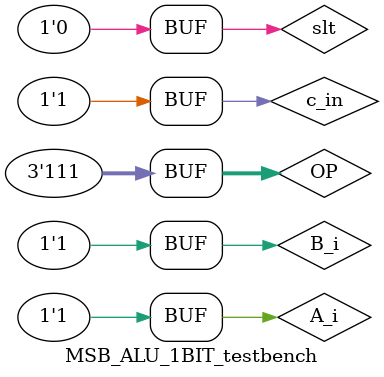
<source format=v>
`define DELAY 20
module MSB_ALU_1BIT_testbench(); 
reg A_i, B_i, c_in;
reg [2:0]OP; 
reg slt;
wire R, c_out, V, set;

MSB_ALU_1BIT msbalutb(R, c_out, V, set, A_i, B_i, c_in, OP , slt);

initial begin
A_i = 1'b1; B_i = 1'b0; c_in = 1'b0; OP = 3'b000; slt = 1'b0;
#`DELAY;
A_i = 1'b1; B_i = 1'b0; c_in = 1'b0; OP = 3'b001; slt = 1'b0;
#`DELAY;
A_i = 1'b1; B_i = 1'b1; c_in = 1'b0; OP = 3'b010; slt = 1'b0;
#`DELAY;
A_i = 1'b1; B_i = 1'b0; c_in = 1'b1; OP = 3'b110; slt = 1'b0;
#`DELAY;
A_i = 1'b1; B_i = 1'b1; c_in = 1'b1; OP = 3'b111; slt = 1'b0;
end
 
 
initial
begin
$monitor("time = %2d, A_i =%1b, B_i =%1b, c_in=%1b OP =%3b, SLT =%1b, R =%1b c_out =%1b V =%1b set =%1b", $time, A_i, B_i, c_in, OP , slt, R, c_out, V, set);
end
 
endmodule
</source>
